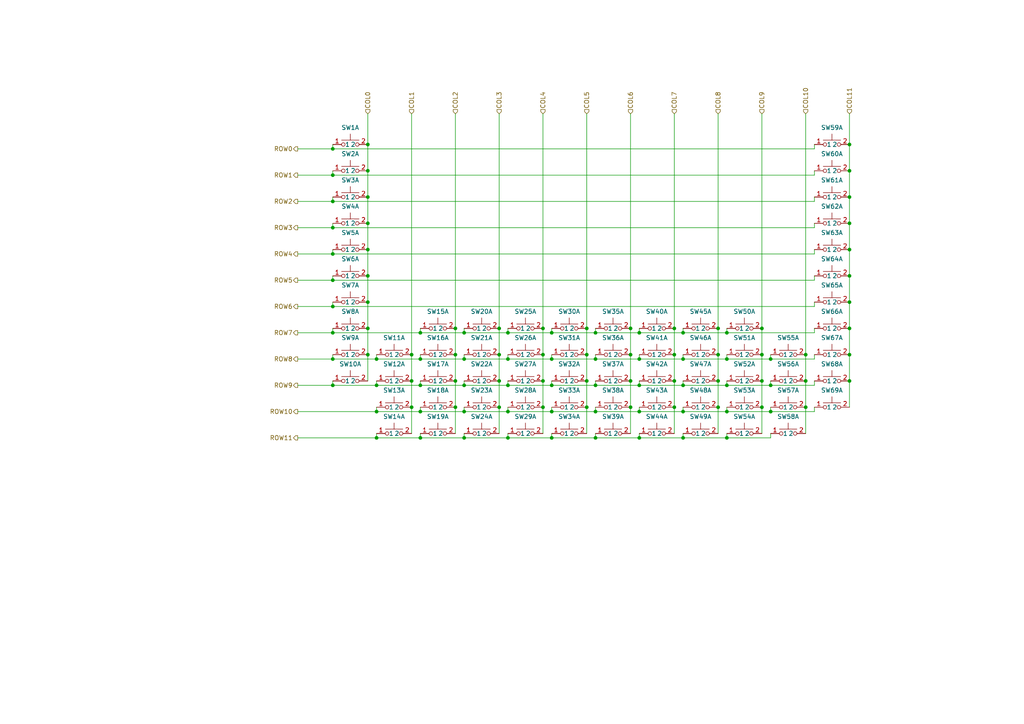
<source format=kicad_sch>
(kicad_sch (version 20211123) (generator eeschema)
  (paper "A4")
  (title_block (title "Collins FMS 3000") (date "${DATE}") (rev "${VERSION}"))
  (lib_symbols
    (symbol "Collins-FMS-3000:SW_Push_LED" (pin_names (offset 1.016))
      (property "Reference" "SW" (at 0 -5.08 0))
      (symbol "SW_Push_LED_1_1"
        (circle (center -2.032 -8.89) (radius 0.508))
        (polyline (pts (xy 0 -7.62) (xy 0 -5.842)))
        (polyline (pts (xy 2.54 -7.62) (xy -2.54 -7.62)))
        (circle (center 2.032 -8.89) (radius 0.508))
        (pin passive line (at -5.08 -8.89 0) (length 2.54) (name "1") (number "1"))
        (pin passive line (at 5.08 -8.89 180) (length 2.54) (name "2") (number "2"))
      )
      (symbol "SW_Push_LED_2_1"
        (polyline (pts (xy -1.016 -10.16) (xy 0.762 -10.16)))
        (polyline (pts (xy 0.762 -9.144) (xy 0.762 -11.176)) (stroke (width 0.254)))
        (polyline (pts (xy -0.762 -9.144) (xy 0.762 -10.16) (xy -0.762 -11.176) (xy -0.762 -9.144)) (stroke (width 0.254)))
        (polyline (pts (xy -0.508 -11.43) (xy 0 -11.938) (xy -0.254 -11.938) (xy 0 -11.938) (xy 0 -11.684)))
        (polyline (pts (xy 0 -10.922) (xy 0.508 -11.43) (xy 0.254 -11.43) (xy 0.508 -11.43) (xy 0.508 -11.176)))
        (pin passive line (at -2.54 -10.16 0) (length 1.778) (name "~") (number "3"))
        (pin passive line (at 2.54 -10.16 180) (length 1.778) (name "~") (number "4"))
      )
    )
  )
  (junction (at 109.22 111.76))
  (junction (at 134.62 127))
  (junction (at 246.38 110.49))
  (junction (at 132.08 95.25))
  (junction (at 170.18 110.49))
  (junction (at 144.78 110.49))
  (junction (at 170.18 102.87))
  (junction (at 246.38 72.39))
  (junction (at 208.28 102.87))
  (junction (at 109.22 119.38))
  (junction (at 96.52 81.28))
  (junction (at 96.52 58.42))
  (junction (at 172.72 127))
  (junction (at 233.68 118.11))
  (junction (at 198.12 96.52))
  (junction (at 172.72 111.76))
  (junction (at 144.78 102.87))
  (junction (at 246.38 80.01))
  (junction (at 121.92 127))
  (junction (at 121.92 119.38))
  (junction (at 96.52 50.8))
  (junction (at 121.92 104.14))
  (junction (at 157.48 118.11))
  (junction (at 106.68 49.53))
  (junction (at 121.92 111.76))
  (junction (at 233.68 110.49))
  (junction (at 147.32 96.52))
  (junction (at 246.38 41.91))
  (junction (at 185.42 119.38))
  (junction (at 147.32 127))
  (junction (at 96.52 96.52))
  (junction (at 160.02 127))
  (junction (at 210.82 111.76))
  (junction (at 210.82 96.52))
  (junction (at 195.58 95.25))
  (junction (at 170.18 95.25))
  (junction (at 132.08 110.49))
  (junction (at 182.88 110.49))
  (junction (at 246.38 64.77))
  (junction (at 96.52 73.66))
  (junction (at 195.58 118.11))
  (junction (at 157.48 95.25))
  (junction (at 134.62 104.14))
  (junction (at 220.98 118.11))
  (junction (at 160.02 96.52))
  (junction (at 182.88 95.25))
  (junction (at 147.32 104.14))
  (junction (at 121.92 96.52))
  (junction (at 208.28 110.49))
  (junction (at 182.88 102.87))
  (junction (at 106.68 87.63))
  (junction (at 198.12 119.38))
  (junction (at 172.72 96.52))
  (junction (at 223.52 111.76))
  (junction (at 185.42 104.14))
  (junction (at 198.12 111.76))
  (junction (at 144.78 118.11))
  (junction (at 172.72 104.14))
  (junction (at 246.38 87.63))
  (junction (at 157.48 102.87))
  (junction (at 172.72 119.38))
  (junction (at 182.88 118.11))
  (junction (at 134.62 119.38))
  (junction (at 132.08 118.11))
  (junction (at 195.58 110.49))
  (junction (at 170.18 118.11))
  (junction (at 96.52 88.9))
  (junction (at 96.52 104.14))
  (junction (at 109.22 104.14))
  (junction (at 106.68 95.25))
  (junction (at 106.68 72.39))
  (junction (at 106.68 64.77))
  (junction (at 233.68 102.87))
  (junction (at 96.52 66.04))
  (junction (at 119.38 110.49))
  (junction (at 208.28 118.11))
  (junction (at 106.68 102.87))
  (junction (at 198.12 127))
  (junction (at 119.38 102.87))
  (junction (at 220.98 110.49))
  (junction (at 185.42 96.52))
  (junction (at 208.28 95.25))
  (junction (at 246.38 102.87))
  (junction (at 246.38 57.15))
  (junction (at 106.68 41.91))
  (junction (at 132.08 102.87))
  (junction (at 134.62 96.52))
  (junction (at 195.58 102.87))
  (junction (at 198.12 104.14))
  (junction (at 160.02 104.14))
  (junction (at 96.52 111.76))
  (junction (at 147.32 111.76))
  (junction (at 160.02 119.38))
  (junction (at 185.42 127))
  (junction (at 220.98 102.87))
  (junction (at 210.82 104.14))
  (junction (at 185.42 111.76))
  (junction (at 144.78 95.25))
  (junction (at 106.68 80.01))
  (junction (at 223.52 119.38))
  (junction (at 220.98 95.25))
  (junction (at 134.62 111.76))
  (junction (at 109.22 127))
  (junction (at 96.52 43.18))
  (junction (at 210.82 127))
  (junction (at 246.38 49.53))
  (junction (at 157.48 110.49))
  (junction (at 223.52 104.14))
  (junction (at 119.38 118.11))
  (junction (at 147.32 119.38))
  (junction (at 160.02 111.76))
  (junction (at 246.38 95.25))
  (junction (at 210.82 119.38))
  (junction (at 106.68 57.15))
  (wire (pts (xy 86.36 111.76) (xy 96.52 111.76)))
  (wire (pts (xy 210.82 96.52) (xy 198.12 96.52)))
  (wire (pts (xy 170.18 110.49) (xy 170.18 102.87)))
  (wire (pts (xy 220.98 118.11) (xy 220.98 110.49)))
  (wire (pts (xy 86.36 73.66) (xy 96.52 73.66)))
  (wire (pts (xy 236.22 49.53) (xy 236.22 50.8)))
  (wire (pts (xy 223.52 102.87) (xy 223.52 104.14)))
  (wire (pts (xy 121.92 118.11) (xy 121.92 119.38)))
  (wire (pts (xy 160.02 102.87) (xy 160.02 104.14)))
  (wire (pts (xy 160.02 95.25) (xy 160.02 96.52)))
  (wire (pts (xy 172.72 95.25) (xy 172.72 96.52)))
  (wire (pts (xy 246.38 110.49) (xy 246.38 118.11)))
  (wire (pts (xy 172.72 127) (xy 160.02 127)))
  (wire (pts (xy 134.62 119.38) (xy 147.32 119.38)))
  (wire (pts (xy 223.52 104.14) (xy 236.22 104.14)))
  (wire (pts (xy 96.52 80.01) (xy 96.52 81.28)))
  (wire (pts (xy 198.12 125.73) (xy 198.12 127)))
  (wire (pts (xy 246.38 57.15) (xy 246.38 64.77)))
  (wire (pts (xy 157.48 95.25) (xy 157.48 33.02)))
  (wire (pts (xy 157.48 102.87) (xy 157.48 95.25)))
  (wire (pts (xy 185.42 96.52) (xy 172.72 96.52)))
  (wire (pts (xy 185.42 127) (xy 172.72 127)))
  (wire (pts (xy 198.12 118.11) (xy 198.12 119.38)))
  (wire (pts (xy 109.22 111.76) (xy 96.52 111.76)))
  (wire (pts (xy 109.22 125.73) (xy 109.22 127)))
  (wire (pts (xy 172.72 96.52) (xy 160.02 96.52)))
  (wire (pts (xy 147.32 102.87) (xy 147.32 104.14)))
  (wire (pts (xy 106.68 110.49) (xy 106.68 102.87)))
  (wire (pts (xy 198.12 119.38) (xy 210.82 119.38)))
  (wire (pts (xy 210.82 111.76) (xy 198.12 111.76)))
  (wire (pts (xy 86.36 66.04) (xy 96.52 66.04)))
  (wire (pts (xy 246.38 64.77) (xy 246.38 72.39)))
  (wire (pts (xy 208.28 118.11) (xy 208.28 110.49)))
  (wire (pts (xy 182.88 95.25) (xy 182.88 33.02)))
  (wire (pts (xy 198.12 96.52) (xy 185.42 96.52)))
  (wire (pts (xy 96.52 102.87) (xy 96.52 104.14)))
  (wire (pts (xy 185.42 125.73) (xy 185.42 127)))
  (wire (pts (xy 210.82 125.73) (xy 210.82 127)))
  (wire (pts (xy 185.42 111.76) (xy 172.72 111.76)))
  (wire (pts (xy 236.22 58.42) (xy 96.52 58.42)))
  (wire (pts (xy 86.36 96.52) (xy 96.52 96.52)))
  (wire (pts (xy 134.62 96.52) (xy 121.92 96.52)))
  (wire (pts (xy 246.38 87.63) (xy 246.38 95.25)))
  (wire (pts (xy 185.42 95.25) (xy 185.42 96.52)))
  (wire (pts (xy 134.62 104.14) (xy 147.32 104.14)))
  (wire (pts (xy 208.28 110.49) (xy 208.28 102.87)))
  (wire (pts (xy 210.82 127) (xy 198.12 127)))
  (wire (pts (xy 233.68 110.49) (xy 233.68 102.87)))
  (wire (pts (xy 121.92 127) (xy 109.22 127)))
  (wire (pts (xy 86.36 58.42) (xy 96.52 58.42)))
  (wire (pts (xy 210.82 95.25) (xy 210.82 96.52)))
  (wire (pts (xy 198.12 127) (xy 185.42 127)))
  (wire (pts (xy 121.92 96.52) (xy 96.52 96.52)))
  (wire (pts (xy 96.52 110.49) (xy 96.52 111.76)))
  (wire (pts (xy 246.38 49.53) (xy 246.38 57.15)))
  (wire (pts (xy 223.52 119.38) (xy 236.22 119.38)))
  (wire (pts (xy 121.92 111.76) (xy 109.22 111.76)))
  (wire (pts (xy 170.18 95.25) (xy 170.18 33.02)))
  (wire (pts (xy 246.38 33.02) (xy 246.38 41.91)))
  (wire (pts (xy 220.98 95.25) (xy 220.98 33.02)))
  (wire (pts (xy 172.72 104.14) (xy 185.42 104.14)))
  (wire (pts (xy 160.02 111.76) (xy 147.32 111.76)))
  (wire (pts (xy 144.78 110.49) (xy 144.78 102.87)))
  (wire (pts (xy 236.22 96.52) (xy 210.82 96.52)))
  (wire (pts (xy 195.58 118.11) (xy 195.58 110.49)))
  (wire (pts (xy 147.32 95.25) (xy 147.32 96.52)))
  (wire (pts (xy 147.32 127) (xy 134.62 127)))
  (wire (pts (xy 109.22 118.11) (xy 109.22 119.38)))
  (wire (pts (xy 246.38 95.25) (xy 246.38 102.87)))
  (wire (pts (xy 147.32 125.73) (xy 147.32 127)))
  (wire (pts (xy 236.22 102.87) (xy 236.22 104.14)))
  (wire (pts (xy 134.62 111.76) (xy 121.92 111.76)))
  (wire (pts (xy 96.52 66.04) (xy 236.22 66.04)))
  (wire (pts (xy 182.88 110.49) (xy 182.88 102.87)))
  (wire (pts (xy 132.08 125.73) (xy 132.08 118.11)))
  (wire (pts (xy 86.36 104.14) (xy 96.52 104.14)))
  (wire (pts (xy 147.32 110.49) (xy 147.32 111.76)))
  (wire (pts (xy 246.38 80.01) (xy 246.38 87.63)))
  (wire (pts (xy 236.22 118.11) (xy 236.22 119.38)))
  (wire (pts (xy 96.52 50.8) (xy 236.22 50.8)))
  (wire (pts (xy 121.92 102.87) (xy 121.92 104.14)))
  (wire (pts (xy 106.68 41.91) (xy 106.68 33.02)))
  (wire (pts (xy 134.62 125.73) (xy 134.62 127)))
  (wire (pts (xy 220.98 110.49) (xy 220.98 102.87)))
  (wire (pts (xy 106.68 95.25) (xy 106.68 87.63)))
  (wire (pts (xy 96.52 88.9) (xy 236.22 88.9)))
  (wire (pts (xy 121.92 119.38) (xy 134.62 119.38)))
  (wire (pts (xy 208.28 95.25) (xy 208.28 33.02)))
  (wire (pts (xy 246.38 41.91) (xy 246.38 49.53)))
  (wire (pts (xy 210.82 119.38) (xy 223.52 119.38)))
  (wire (pts (xy 121.92 125.73) (xy 121.92 127)))
  (wire (pts (xy 170.18 118.11) (xy 170.18 110.49)))
  (wire (pts (xy 172.72 118.11) (xy 172.72 119.38)))
  (wire (pts (xy 236.22 64.77) (xy 236.22 66.04)))
  (wire (pts (xy 132.08 102.87) (xy 132.08 95.25)))
  (wire (pts (xy 134.62 118.11) (xy 134.62 119.38)))
  (wire (pts (xy 182.88 102.87) (xy 182.88 95.25)))
  (wire (pts (xy 134.62 95.25) (xy 134.62 96.52)))
  (wire (pts (xy 144.78 102.87) (xy 144.78 95.25)))
  (wire (pts (xy 121.92 104.14) (xy 134.62 104.14)))
  (wire (pts (xy 223.52 125.73) (xy 223.52 127)))
  (wire (pts (xy 160.02 127) (xy 147.32 127)))
  (wire (pts (xy 86.36 119.38) (xy 109.22 119.38)))
  (wire (pts (xy 195.58 125.73) (xy 195.58 118.11)))
  (wire (pts (xy 147.32 111.76) (xy 134.62 111.76)))
  (wire (pts (xy 185.42 119.38) (xy 198.12 119.38)))
  (wire (pts (xy 109.22 119.38) (xy 121.92 119.38)))
  (wire (pts (xy 208.28 125.73) (xy 208.28 118.11)))
  (wire (pts (xy 198.12 104.14) (xy 210.82 104.14)))
  (wire (pts (xy 233.68 118.11) (xy 233.68 110.49)))
  (wire (pts (xy 119.38 110.49) (xy 119.38 102.87)))
  (wire (pts (xy 160.02 104.14) (xy 172.72 104.14)))
  (wire (pts (xy 86.36 50.8) (xy 96.52 50.8)))
  (wire (pts (xy 185.42 104.14) (xy 198.12 104.14)))
  (wire (pts (xy 96.52 41.91) (xy 96.52 43.18)))
  (wire (pts (xy 134.62 127) (xy 121.92 127)))
  (wire (pts (xy 109.22 104.14) (xy 121.92 104.14)))
  (wire (pts (xy 132.08 95.25) (xy 132.08 33.02)))
  (wire (pts (xy 236.22 43.18) (xy 96.52 43.18)))
  (wire (pts (xy 172.72 110.49) (xy 172.72 111.76)))
  (wire (pts (xy 195.58 95.25) (xy 195.58 33.02)))
  (wire (pts (xy 210.82 110.49) (xy 210.82 111.76)))
  (wire (pts (xy 134.62 102.87) (xy 134.62 104.14)))
  (wire (pts (xy 172.72 119.38) (xy 185.42 119.38)))
  (wire (pts (xy 233.68 125.73) (xy 233.68 118.11)))
  (wire (pts (xy 236.22 81.28) (xy 96.52 81.28)))
  (wire (pts (xy 223.52 111.76) (xy 210.82 111.76)))
  (wire (pts (xy 96.52 49.53) (xy 96.52 50.8)))
  (wire (pts (xy 147.32 119.38) (xy 160.02 119.38)))
  (wire (pts (xy 106.68 102.87) (xy 106.68 95.25)))
  (wire (pts (xy 198.12 95.25) (xy 198.12 96.52)))
  (wire (pts (xy 157.48 110.49) (xy 157.48 102.87)))
  (wire (pts (xy 236.22 41.91) (xy 236.22 43.18)))
  (wire (pts (xy 246.38 102.87) (xy 246.38 110.49)))
  (wire (pts (xy 121.92 110.49) (xy 121.92 111.76)))
  (wire (pts (xy 96.52 64.77) (xy 96.52 66.04)))
  (wire (pts (xy 106.68 64.77) (xy 106.68 57.15)))
  (wire (pts (xy 172.72 102.87) (xy 172.72 104.14)))
  (wire (pts (xy 208.28 102.87) (xy 208.28 95.25)))
  (wire (pts (xy 223.52 118.11) (xy 223.52 119.38)))
  (wire (pts (xy 157.48 118.11) (xy 157.48 110.49)))
  (wire (pts (xy 246.38 72.39) (xy 246.38 80.01)))
  (wire (pts (xy 160.02 125.73) (xy 160.02 127)))
  (wire (pts (xy 119.38 125.73) (xy 119.38 118.11)))
  (wire (pts (xy 198.12 110.49) (xy 198.12 111.76)))
  (wire (pts (xy 185.42 102.87) (xy 185.42 104.14)))
  (wire (pts (xy 170.18 102.87) (xy 170.18 95.25)))
  (wire (pts (xy 210.82 104.14) (xy 223.52 104.14)))
  (wire (pts (xy 96.52 95.25) (xy 96.52 96.52)))
  (wire (pts (xy 236.22 111.76) (xy 223.52 111.76)))
  (wire (pts (xy 109.22 110.49) (xy 109.22 111.76)))
  (wire (pts (xy 106.68 87.63) (xy 106.68 80.01)))
  (wire (pts (xy 132.08 110.49) (xy 132.08 102.87)))
  (wire (pts (xy 182.88 118.11) (xy 182.88 110.49)))
  (wire (pts (xy 96.52 57.15) (xy 96.52 58.42)))
  (wire (pts (xy 96.52 72.39) (xy 96.52 73.66)))
  (wire (pts (xy 96.52 87.63) (xy 96.52 88.9)))
  (wire (pts (xy 106.68 72.39) (xy 106.68 64.77)))
  (wire (pts (xy 233.68 102.87) (xy 233.68 33.02)))
  (wire (pts (xy 236.22 57.15) (xy 236.22 58.42)))
  (wire (pts (xy 86.36 127) (xy 109.22 127)))
  (wire (pts (xy 220.98 125.73) (xy 220.98 118.11)))
  (wire (pts (xy 106.68 49.53) (xy 106.68 41.91)))
  (wire (pts (xy 236.22 80.01) (xy 236.22 81.28)))
  (wire (pts (xy 182.88 125.73) (xy 182.88 118.11)))
  (wire (pts (xy 121.92 95.25) (xy 121.92 96.52)))
  (wire (pts (xy 86.36 81.28) (xy 96.52 81.28)))
  (wire (pts (xy 236.22 95.25) (xy 236.22 96.52)))
  (wire (pts (xy 157.48 125.73) (xy 157.48 118.11)))
  (wire (pts (xy 132.08 118.11) (xy 132.08 110.49)))
  (wire (pts (xy 170.18 125.73) (xy 170.18 118.11)))
  (wire (pts (xy 86.36 88.9) (xy 96.52 88.9)))
  (wire (pts (xy 96.52 104.14) (xy 109.22 104.14)))
  (wire (pts (xy 172.72 111.76) (xy 160.02 111.76)))
  (wire (pts (xy 185.42 110.49) (xy 185.42 111.76)))
  (wire (pts (xy 106.68 80.01) (xy 106.68 72.39)))
  (wire (pts (xy 210.82 102.87) (xy 210.82 104.14)))
  (wire (pts (xy 185.42 118.11) (xy 185.42 119.38)))
  (wire (pts (xy 134.62 110.49) (xy 134.62 111.76)))
  (wire (pts (xy 109.22 102.87) (xy 109.22 104.14)))
  (wire (pts (xy 160.02 118.11) (xy 160.02 119.38)))
  (wire (pts (xy 160.02 110.49) (xy 160.02 111.76)))
  (wire (pts (xy 119.38 102.87) (xy 119.38 33.02)))
  (wire (pts (xy 236.22 110.49) (xy 236.22 111.76)))
  (wire (pts (xy 223.52 127) (xy 210.82 127)))
  (wire (pts (xy 195.58 102.87) (xy 195.58 95.25)))
  (wire (pts (xy 223.52 110.49) (xy 223.52 111.76)))
  (wire (pts (xy 147.32 96.52) (xy 134.62 96.52)))
  (wire (pts (xy 210.82 118.11) (xy 210.82 119.38)))
  (wire (pts (xy 144.78 118.11) (xy 144.78 110.49)))
  (wire (pts (xy 106.68 57.15) (xy 106.68 49.53)))
  (wire (pts (xy 195.58 110.49) (xy 195.58 102.87)))
  (wire (pts (xy 172.72 125.73) (xy 172.72 127)))
  (wire (pts (xy 160.02 96.52) (xy 147.32 96.52)))
  (wire (pts (xy 86.36 43.18) (xy 96.52 43.18)))
  (wire (pts (xy 198.12 102.87) (xy 198.12 104.14)))
  (wire (pts (xy 119.38 118.11) (xy 119.38 110.49)))
  (wire (pts (xy 236.22 72.39) (xy 236.22 73.66)))
  (wire (pts (xy 147.32 104.14) (xy 160.02 104.14)))
  (wire (pts (xy 220.98 102.87) (xy 220.98 95.25)))
  (wire (pts (xy 160.02 119.38) (xy 172.72 119.38)))
  (wire (pts (xy 144.78 125.73) (xy 144.78 118.11)))
  (wire (pts (xy 147.32 118.11) (xy 147.32 119.38)))
  (wire (pts (xy 236.22 73.66) (xy 96.52 73.66)))
  (wire (pts (xy 236.22 87.63) (xy 236.22 88.9)))
  (wire (pts (xy 198.12 111.76) (xy 185.42 111.76)))
  (wire (pts (xy 144.78 95.25) (xy 144.78 33.02)))
  (hierarchical_label "ROW0" (shape output) (at 86.36 43.18 180))
  (hierarchical_label "COL3" (shape input) (at 144.78 33.02 90))
  (hierarchical_label "COL6" (shape input) (at 182.88 33.02 90))
  (hierarchical_label "ROW6" (shape output) (at 86.36 88.9 180))
  (hierarchical_label "ROW8" (shape output) (at 86.36 104.14 180))
  (hierarchical_label "ROW7" (shape output) (at 86.36 96.52 180))
  (hierarchical_label "ROW9" (shape output) (at 86.36 111.76 180))
  (hierarchical_label "ROW10" (shape output) (at 86.36 119.38 180))
  (hierarchical_label "ROW2" (shape output) (at 86.36 58.42 180))
  (hierarchical_label "COL11" (shape input) (at 246.38 33.02 90))
  (hierarchical_label "COL0" (shape input) (at 106.68 33.02 90))
  (hierarchical_label "COL5" (shape input) (at 170.18 33.02 90))
  (hierarchical_label "COL8" (shape input) (at 208.28 33.02 90))
  (hierarchical_label "COL4" (shape input) (at 157.48 33.02 90))
  (hierarchical_label "COL1" (shape input) (at 119.38 33.02 90))
  (hierarchical_label "COL7" (shape input) (at 195.58 33.02 90))
  (hierarchical_label "ROW1" (shape output) (at 86.36 50.8 180))
  (hierarchical_label "ROW3" (shape output) (at 86.36 66.04 180))
  (hierarchical_label "COL9" (shape input) (at 220.98 33.02 90))
  (hierarchical_label "ROW4" (shape output) (at 86.36 73.66 180))
  (hierarchical_label "ROW11" (shape output) (at 86.36 127 180))
  (hierarchical_label "COL10" (shape input) (at 233.68 33.02 90))
  (hierarchical_label "ROW5" (shape output) (at 86.36 81.28 180))
  (hierarchical_label "COL2" (shape input) (at 132.08 33.02 90))
  (symbol (lib_id "Collins-FMS-3000:SW_Push_LED") (at 101.6 40.64 0) (unit 1)
    (property "Reference" "SW2" (at 101.6 44.6278 0))
    (property "Value" "SW_Push_LED" (effects hide))
    (property "Footprint" "Custom_Footprints:SW_PUSH_LED_THT" (effects hide))
  )
  (symbol (lib_id "Collins-FMS-3000:SW_Push_LED") (at 101.6 48.26 0) (unit 1)
    (property "Reference" "SW3" (at 101.6 52.2478 0))
    (property "Value" "SW_Push_LED" (effects hide))
    (property "Footprint" "Custom_Footprints:SW_PUSH_LED_THT" (effects hide))
  )
  (symbol (lib_id "Collins-FMS-3000:SW_Push_LED") (at 101.6 33.02 0) (unit 1)
    (property "Reference" "SW1" (at 101.6 37.0078 0))
    (property "Value" "SW_Push_LED" (effects hide))
    (property "Footprint" "Custom_Footprints:SW_PUSH_LED_THT" (effects hide))
  )
  (symbol (lib_id "Collins-FMS-3000:SW_Push_LED") (at 101.6 71.12 0) (unit 1)
    (property "Reference" "SW6" (at 101.6 75.1078 0))
    (property "Value" "SW_Push_LED" (effects hide))
    (property "Footprint" "Custom_Footprints:SW_PUSH_LED_THT" (effects hide))
  )
  (symbol (lib_id "Collins-FMS-3000:SW_Push_LED") (at 101.6 78.74 0) (unit 1)
    (property "Reference" "SW7" (at 101.6 82.7278 0))
    (property "Value" "SW_Push_LED" (effects hide))
    (property "Footprint" "Custom_Footprints:SW_PUSH_LED_THT" (effects hide))
  )
  (symbol (lib_id "Collins-FMS-3000:SW_Push_LED") (at 101.6 55.88 0) (unit 1)
    (property "Reference" "SW4" (at 101.6 59.8678 0))
    (property "Value" "SW_Push_LED" (effects hide))
    (property "Footprint" "Custom_Footprints:SW_PUSH_LED_THT" (effects hide))
  )
  (symbol (lib_id "Collins-FMS-3000:SW_Push_LED") (at 101.6 63.5 0) (unit 1)
    (property "Reference" "SW5" (at 101.6 67.4878 0))
    (property "Value" "SW_Push_LED" (effects hide))
    (property "Footprint" "Custom_Footprints:SW_PUSH_LED_THT" (effects hide))
  )
  (symbol (lib_id "Collins-FMS-3000:SW_Push_LED") (at 101.6 93.98 0) (unit 1)
    (property "Reference" "SW9" (at 101.6 97.9678 0))
    (property "Value" "SW_Push_LED" (effects hide))
    (property "Footprint" "Custom_Footprints:SW_PUSH_LED_THT" (effects hide))
  )
  (symbol (lib_id "Collins-FMS-3000:SW_Push_LED") (at 101.6 101.6 0) (unit 1)
    (property "Reference" "SW10" (at 101.6 105.5878 0))
    (property "Value" "SW_Push_LED" (effects hide))
    (property "Footprint" "Custom_Footprints:SW_PUSH_LED_THT" (effects hide))
  )
  (symbol (lib_id "Collins-FMS-3000:SW_Push_LED") (at 101.6 86.36 0) (unit 1)
    (property "Reference" "SW8" (at 101.6 90.3478 0))
    (property "Value" "SW_Push_LED" (effects hide))
    (property "Footprint" "Custom_Footprints:SW_PUSH_LED_THT" (effects hide))
  )
  (symbol (lib_id "Collins-FMS-3000:SW_Push_LED") (at 114.3 93.98 0) (unit 1)
    (property "Reference" "SW11" (at 114.3 97.9678 0))
    (property "Value" "SW_Push_LED" (effects hide))
    (property "Footprint" "Custom_Footprints:SW_PUSH_LED_THT" (effects hide))
  )
  (symbol (lib_id "Collins-FMS-3000:SW_Push_LED") (at 114.3 101.6 0) (unit 1)
    (property "Reference" "SW12" (at 114.3 105.5878 0))
    (property "Value" "SW_Push_LED" (effects hide))
    (property "Footprint" "Custom_Footprints:SW_PUSH_LED_THT" (effects hide))
  )
  (symbol (lib_id "Collins-FMS-3000:SW_Push_LED") (at 114.3 116.84 0) (unit 1)
    (property "Reference" "SW14" (at 114.3 120.8278 0))
    (property "Value" "SW_Push_LED" (effects hide))
    (property "Footprint" "Custom_Footprints:SW_PUSH_LED_THT" (effects hide))
  )
  (symbol (lib_id "Collins-FMS-3000:SW_Push_LED") (at 114.3 109.22 0) (unit 1)
    (property "Reference" "SW13" (at 114.3 113.2078 0))
    (property "Value" "SW_Push_LED" (effects hide))
    (property "Footprint" "Custom_Footprints:SW_PUSH_LED_THT" (effects hide))
  )
  (symbol (lib_id "Collins-FMS-3000:SW_Push_LED") (at 127 86.36 0) (unit 1)
    (property "Reference" "SW15" (at 127 90.3478 0))
    (property "Value" "SW_Push_LED" (effects hide))
    (property "Footprint" "Custom_Footprints:SW_PUSH_LED_THT" (effects hide))
  )
  (symbol (lib_id "Collins-FMS-3000:SW_Push_LED") (at 127 93.98 0) (unit 1)
    (property "Reference" "SW16" (at 127 97.9678 0))
    (property "Value" "SW_Push_LED" (effects hide))
    (property "Footprint" "Custom_Footprints:SW_PUSH_LED_THT" (effects hide))
  )
  (symbol (lib_id "Collins-FMS-3000:SW_Push_LED") (at 127 109.22 0) (unit 1)
    (property "Reference" "SW18" (at 127 113.2078 0))
    (property "Value" "SW_Push_LED" (effects hide))
    (property "Footprint" "Custom_Footprints:SW_PUSH_LED_THT" (effects hide))
  )
  (symbol (lib_id "Collins-FMS-3000:SW_Push_LED") (at 127 116.84 0) (unit 1)
    (property "Reference" "SW19" (at 127 120.8278 0))
    (property "Value" "SW_Push_LED" (effects hide))
    (property "Footprint" "Custom_Footprints:SW_PUSH_LED_THT" (effects hide))
  )
  (symbol (lib_id "Collins-FMS-3000:SW_Push_LED") (at 127 101.6 0) (unit 1)
    (property "Reference" "SW17" (at 127 105.5878 0))
    (property "Value" "SW_Push_LED" (effects hide))
    (property "Footprint" "Custom_Footprints:SW_PUSH_LED_THT" (effects hide))
  )
  (symbol (lib_id "Collins-FMS-3000:SW_Push_LED") (at 139.7 86.36 0) (unit 1)
    (property "Reference" "SW20" (at 139.7 90.3478 0))
    (property "Value" "SW_Push_LED" (effects hide))
    (property "Footprint" "Custom_Footprints:SW_PUSH_LED_THT" (effects hide))
  )
  (symbol (lib_id "Collins-FMS-3000:SW_Push_LED") (at 139.7 93.98 0) (unit 1)
    (property "Reference" "SW21" (at 139.7 97.9678 0))
    (property "Value" "SW_Push_LED" (effects hide))
    (property "Footprint" "Custom_Footprints:SW_PUSH_LED_THT" (effects hide))
  )
  (symbol (lib_id "Collins-FMS-3000:SW_Push_LED") (at 139.7 109.22 0) (unit 1)
    (property "Reference" "SW23" (at 139.7 113.2078 0))
    (property "Value" "SW_Push_LED" (effects hide))
    (property "Footprint" "Custom_Footprints:SW_PUSH_LED_THT" (effects hide))
  )
  (symbol (lib_id "Collins-FMS-3000:SW_Push_LED") (at 139.7 116.84 0) (unit 1)
    (property "Reference" "SW24" (at 139.7 120.8278 0))
    (property "Value" "SW_Push_LED" (effects hide))
    (property "Footprint" "Custom_Footprints:SW_PUSH_LED_THT" (effects hide))
  )
  (symbol (lib_id "Collins-FMS-3000:SW_Push_LED") (at 139.7 101.6 0) (unit 1)
    (property "Reference" "SW22" (at 139.7 105.5878 0))
    (property "Value" "SW_Push_LED" (effects hide))
    (property "Footprint" "Custom_Footprints:SW_PUSH_LED_THT" (effects hide))
  )
  (symbol (lib_id "Collins-FMS-3000:SW_Push_LED") (at 152.4 86.36 0) (unit 1)
    (property "Reference" "SW25" (at 152.4 90.3478 0))
    (property "Value" "SW_Push_LED" (effects hide))
    (property "Footprint" "Custom_Footprints:SW_PUSH_LED_THT" (effects hide))
  )
  (symbol (lib_id "Collins-FMS-3000:SW_Push_LED") (at 152.4 93.98 0) (unit 1)
    (property "Reference" "SW26" (at 152.4 97.9678 0))
    (property "Value" "SW_Push_LED" (effects hide))
    (property "Footprint" "Custom_Footprints:SW_PUSH_LED_THT" (effects hide))
  )
  (symbol (lib_id "Collins-FMS-3000:SW_Push_LED") (at 152.4 109.22 0) (unit 1)
    (property "Reference" "SW28" (at 152.4 113.2078 0))
    (property "Value" "SW_Push_LED" (effects hide))
    (property "Footprint" "Custom_Footprints:SW_PUSH_LED_THT" (effects hide))
  )
  (symbol (lib_id "Collins-FMS-3000:SW_Push_LED") (at 152.4 116.84 0) (unit 1)
    (property "Reference" "SW29" (at 152.4 120.8278 0))
    (property "Value" "SW_Push_LED" (effects hide))
    (property "Footprint" "Custom_Footprints:SW_PUSH_LED_THT" (effects hide))
  )
  (symbol (lib_id "Collins-FMS-3000:SW_Push_LED") (at 152.4 101.6 0) (unit 1)
    (property "Reference" "SW27" (at 152.4 105.5878 0))
    (property "Value" "SW_Push_LED" (effects hide))
    (property "Footprint" "Custom_Footprints:SW_PUSH_LED_THT" (effects hide))
  )
  (symbol (lib_id "Collins-FMS-3000:SW_Push_LED") (at 165.1 86.36 0) (unit 1)
    (property "Reference" "SW30" (at 165.1 90.3478 0))
    (property "Value" "SW_Push_LED" (effects hide))
    (property "Footprint" "Custom_Footprints:SW_PUSH_LED_THT" (effects hide))
  )
  (symbol (lib_id "Collins-FMS-3000:SW_Push_LED") (at 165.1 93.98 0) (unit 1)
    (property "Reference" "SW31" (at 165.1 97.9678 0))
    (property "Value" "SW_Push_LED" (effects hide))
    (property "Footprint" "Custom_Footprints:SW_PUSH_LED_THT" (effects hide))
  )
  (symbol (lib_id "Collins-FMS-3000:SW_Push_LED") (at 165.1 109.22 0) (unit 1)
    (property "Reference" "SW33" (at 165.1 113.2078 0))
    (property "Value" "SW_Push_LED" (effects hide))
    (property "Footprint" "Custom_Footprints:SW_PUSH_LED_THT" (effects hide))
  )
  (symbol (lib_id "Collins-FMS-3000:SW_Push_LED") (at 165.1 116.84 0) (unit 1)
    (property "Reference" "SW34" (at 165.1 120.8278 0))
    (property "Value" "SW_Push_LED" (effects hide))
    (property "Footprint" "Custom_Footprints:SW_PUSH_LED_THT" (effects hide))
  )
  (symbol (lib_id "Collins-FMS-3000:SW_Push_LED") (at 165.1 101.6 0) (unit 1)
    (property "Reference" "SW32" (at 165.1 105.5878 0))
    (property "Value" "SW_Push_LED" (effects hide))
    (property "Footprint" "Custom_Footprints:SW_PUSH_LED_THT" (effects hide))
  )
  (symbol (lib_id "Collins-FMS-3000:SW_Push_LED") (at 177.8 86.36 0) (unit 1)
    (property "Reference" "SW35" (at 177.8 90.3478 0))
    (property "Value" "SW_Push_LED" (effects hide))
    (property "Footprint" "Custom_Footprints:SW_PUSH_LED_THT" (effects hide))
  )
  (symbol (lib_id "Collins-FMS-3000:SW_Push_LED") (at 177.8 93.98 0) (unit 1)
    (property "Reference" "SW36" (at 177.8 97.9678 0))
    (property "Value" "SW_Push_LED" (effects hide))
    (property "Footprint" "Custom_Footprints:SW_PUSH_LED_THT" (effects hide))
  )
  (symbol (lib_id "Collins-FMS-3000:SW_Push_LED") (at 177.8 109.22 0) (unit 1)
    (property "Reference" "SW38" (at 177.8 113.2078 0))
    (property "Value" "SW_Push_LED" (effects hide))
    (property "Footprint" "Custom_Footprints:SW_PUSH_LED_THT" (effects hide))
  )
  (symbol (lib_id "Collins-FMS-3000:SW_Push_LED") (at 177.8 116.84 0) (unit 1)
    (property "Reference" "SW39" (at 177.8 120.8278 0))
    (property "Value" "SW_Push_LED" (effects hide))
    (property "Footprint" "Custom_Footprints:SW_PUSH_LED_THT" (effects hide))
  )
  (symbol (lib_id "Collins-FMS-3000:SW_Push_LED") (at 177.8 101.6 0) (unit 1)
    (property "Reference" "SW37" (at 177.8 105.5878 0))
    (property "Value" "SW_Push_LED" (effects hide))
    (property "Footprint" "Custom_Footprints:SW_PUSH_LED_THT" (effects hide))
  )
  (symbol (lib_id "Collins-FMS-3000:SW_Push_LED") (at 190.5 86.36 0) (unit 1)
    (property "Reference" "SW40" (at 190.5 90.3478 0))
    (property "Value" "SW_Push_LED" (effects hide))
    (property "Footprint" "Custom_Footprints:SW_PUSH_LED_THT" (effects hide))
  )
  (symbol (lib_id "Collins-FMS-3000:SW_Push_LED") (at 190.5 93.98 0) (unit 1)
    (property "Reference" "SW41" (at 190.5 97.9678 0))
    (property "Value" "SW_Push_LED" (effects hide))
    (property "Footprint" "Custom_Footprints:SW_PUSH_LED_THT" (effects hide))
  )
  (symbol (lib_id "Collins-FMS-3000:SW_Push_LED") (at 190.5 109.22 0) (unit 1)
    (property "Reference" "SW43" (at 190.5 113.2078 0))
    (property "Value" "SW_Push_LED" (effects hide))
    (property "Footprint" "Custom_Footprints:SW_PUSH_LED_THT" (effects hide))
  )
  (symbol (lib_id "Collins-FMS-3000:SW_Push_LED") (at 190.5 116.84 0) (unit 1)
    (property "Reference" "SW44" (at 190.5 120.8278 0))
    (property "Value" "SW_Push_LED" (effects hide))
    (property "Footprint" "Custom_Footprints:SW_PUSH_LED_THT" (effects hide))
  )
  (symbol (lib_id "Collins-FMS-3000:SW_Push_LED") (at 190.5 101.6 0) (unit 1)
    (property "Reference" "SW42" (at 190.5 105.5878 0))
    (property "Value" "SW_Push_LED" (effects hide))
    (property "Footprint" "Custom_Footprints:SW_PUSH_LED_THT" (effects hide))
  )
  (symbol (lib_id "Collins-FMS-3000:SW_Push_LED") (at 203.2 86.36 0) (unit 1)
    (property "Reference" "SW45" (at 203.2 90.3478 0))
    (property "Value" "SW_Push_LED" (effects hide))
    (property "Footprint" "Custom_Footprints:SW_PUSH_LED_THT" (effects hide))
  )
  (symbol (lib_id "Collins-FMS-3000:SW_Push_LED") (at 203.2 93.98 0) (unit 1)
    (property "Reference" "SW46" (at 203.2 97.9678 0))
    (property "Value" "SW_Push_LED" (effects hide))
    (property "Footprint" "Custom_Footprints:SW_PUSH_LED_THT" (effects hide))
  )
  (symbol (lib_id "Collins-FMS-3000:SW_Push_LED") (at 203.2 109.22 0) (unit 1)
    (property "Reference" "SW48" (at 203.2 113.2078 0))
    (property "Value" "SW_Push_LED" (effects hide))
    (property "Footprint" "Custom_Footprints:SW_PUSH_LED_THT" (effects hide))
  )
  (symbol (lib_id "Collins-FMS-3000:SW_Push_LED") (at 203.2 116.84 0) (unit 1)
    (property "Reference" "SW49" (at 203.2 120.8278 0))
    (property "Value" "SW_Push_LED" (effects hide))
    (property "Footprint" "Custom_Footprints:SW_PUSH_LED_THT" (effects hide))
  )
  (symbol (lib_id "Collins-FMS-3000:SW_Push_LED") (at 203.2 101.6 0) (unit 1)
    (property "Reference" "SW47" (at 203.2 105.5878 0))
    (property "Value" "SW_Push_LED" (effects hide))
    (property "Footprint" "Custom_Footprints:SW_PUSH_LED_THT" (effects hide))
  )
  (symbol (lib_id "Collins-FMS-3000:SW_Push_LED") (at 215.9 86.36 0) (unit 1)
    (property "Reference" "SW50" (at 215.9 90.3478 0))
    (property "Value" "SW_Push_LED" (effects hide))
    (property "Footprint" "Custom_Footprints:SW_PUSH_LED_THT" (effects hide))
  )
  (symbol (lib_id "Collins-FMS-3000:SW_Push_LED") (at 215.9 93.98 0) (unit 1)
    (property "Reference" "SW51" (at 215.9 97.9678 0))
    (property "Value" "SW_Push_LED" (effects hide))
    (property "Footprint" "Custom_Footprints:SW_PUSH_LED_THT" (effects hide))
  )
  (symbol (lib_id "Collins-FMS-3000:SW_Push_LED") (at 215.9 109.22 0) (unit 1)
    (property "Reference" "SW53" (at 215.9 113.2078 0))
    (property "Value" "SW_Push_LED" (effects hide))
    (property "Footprint" "Custom_Footprints:SW_PUSH_LED_THT" (effects hide))
  )
  (symbol (lib_id "Collins-FMS-3000:SW_Push_LED") (at 215.9 116.84 0) (unit 1)
    (property "Reference" "SW54" (at 215.9 120.8278 0))
    (property "Value" "SW_Push_LED" (effects hide))
    (property "Footprint" "Custom_Footprints:SW_PUSH_LED_THT" (effects hide))
  )
  (symbol (lib_id "Collins-FMS-3000:SW_Push_LED") (at 215.9 101.6 0) (unit 1)
    (property "Reference" "SW52" (at 215.9 105.5878 0))
    (property "Value" "SW_Push_LED" (effects hide))
    (property "Footprint" "Custom_Footprints:SW_PUSH_LED_THT" (effects hide))
  )
  (symbol (lib_id "Collins-FMS-3000:SW_Push_LED") (at 228.6 93.98 0) (unit 1)
    (property "Reference" "SW55" (at 228.6 97.9678 0))
    (property "Value" "SW_Push_LED" (effects hide))
    (property "Footprint" "Custom_Footprints:SW_PUSH_LED_THT" (effects hide))
  )
  (symbol (lib_id "Collins-FMS-3000:SW_Push_LED") (at 228.6 101.6 0) (unit 1)
    (property "Reference" "SW56" (at 228.6 105.5878 0))
    (property "Value" "SW_Push_LED" (effects hide))
    (property "Footprint" "Custom_Footprints:SW_PUSH_LED_THT" (effects hide))
  )
  (symbol (lib_id "Collins-FMS-3000:SW_Push_LED") (at 228.6 116.84 0) (unit 1)
    (property "Reference" "SW58" (at 228.6 120.8278 0))
    (property "Value" "SW_Push_LED" (effects hide))
    (property "Footprint" "Custom_Footprints:SW_PUSH_LED_THT" (effects hide))
  )
  (symbol (lib_id "Collins-FMS-3000:SW_Push_LED") (at 228.6 109.22 0) (unit 1)
    (property "Reference" "SW57" (at 228.6 113.2078 0))
    (property "Value" "SW_Push_LED" (effects hide))
    (property "Footprint" "Custom_Footprints:SW_PUSH_LED_THT" (effects hide))
  )
  (symbol (lib_id "Collins-FMS-3000:SW_Push_LED") (at 241.3 48.26 0) (unit 1)
    (property "Reference" "SW61" (at 241.3 52.2478 0))
    (property "Value" "SW_Push_LED" (effects hide))
    (property "Footprint" "Custom_Footprints:SW_PUSH_LED_THT" (effects hide))
  )
  (symbol (lib_id "Collins-FMS-3000:SW_Push_LED") (at 241.3 55.88 0) (unit 1)
    (property "Reference" "SW62" (at 241.3 59.8678 0))
    (property "Value" "SW_Push_LED" (effects hide))
    (property "Footprint" "Custom_Footprints:SW_PUSH_LED_THT" (effects hide))
  )
  (symbol (lib_id "Collins-FMS-3000:SW_Push_LED") (at 241.3 33.02 0) (unit 1)
    (property "Reference" "SW59" (at 241.3 37.0078 0))
    (property "Value" "SW_Push_LED" (effects hide))
    (property "Footprint" "Custom_Footprints:SW_PUSH_LED_THT" (effects hide))
  )
  (symbol (lib_id "Collins-FMS-3000:SW_Push_LED") (at 241.3 40.64 0) (unit 1)
    (property "Reference" "SW60" (at 241.3 44.6278 0))
    (property "Value" "SW_Push_LED" (effects hide))
    (property "Footprint" "Custom_Footprints:SW_PUSH_LED_THT" (effects hide))
  )
  (symbol (lib_id "Collins-FMS-3000:SW_Push_LED") (at 241.3 78.74 0) (unit 1)
    (property "Reference" "SW65" (at 241.3 82.7278 0))
    (property "Value" "SW_Push_LED" (effects hide))
    (property "Footprint" "Custom_Footprints:SW_PUSH_LED_THT" (effects hide))
  )
  (symbol (lib_id "Collins-FMS-3000:SW_Push_LED") (at 241.3 86.36 0) (unit 1)
    (property "Reference" "SW66" (at 241.3 90.3478 0))
    (property "Value" "SW_Push_LED" (effects hide))
    (property "Footprint" "Custom_Footprints:SW_PUSH_LED_THT" (effects hide))
  )
  (symbol (lib_id "Collins-FMS-3000:SW_Push_LED") (at 241.3 63.5 0) (unit 1)
    (property "Reference" "SW63" (at 241.3 67.4878 0))
    (property "Value" "SW_Push_LED" (effects hide))
    (property "Footprint" "Custom_Footprints:SW_PUSH_LED_THT" (effects hide))
  )
  (symbol (lib_id "Collins-FMS-3000:SW_Push_LED") (at 241.3 71.12 0) (unit 1)
    (property "Reference" "SW64" (at 241.3 75.1078 0))
    (property "Value" "SW_Push_LED" (effects hide))
    (property "Footprint" "Custom_Footprints:SW_PUSH_LED_THT" (effects hide))
  )
  (symbol (lib_id "Collins-FMS-3000:SW_Push_LED") (at 241.3 101.6 0) (unit 1)
    (property "Reference" "SW68" (at 241.3 105.5878 0))
    (property "Value" "SW_Push_LED" (effects hide))
    (property "Footprint" "Custom_Footprints:SW_PUSH_LED_THT" (effects hide))
  )
  (symbol (lib_id "Collins-FMS-3000:SW_Push_LED") (at 241.3 109.22 0) (unit 1)
    (property "Reference" "SW69" (at 241.3 113.2078 0))
    (property "Value" "SW_Push_LED" (effects hide))
    (property "Footprint" "Custom_Footprints:SW_PUSH_LED_THT" (effects hide))
  )
  (symbol (lib_id "Collins-FMS-3000:SW_Push_LED") (at 241.3 93.98 0) (unit 1)
    (property "Reference" "SW67" (at 241.3 97.9678 0))
    (property "Value" "SW_Push_LED" (effects hide))
    (property "Footprint" "Custom_Footprints:SW_PUSH_LED_THT" (effects hide))
  )
)
</source>
